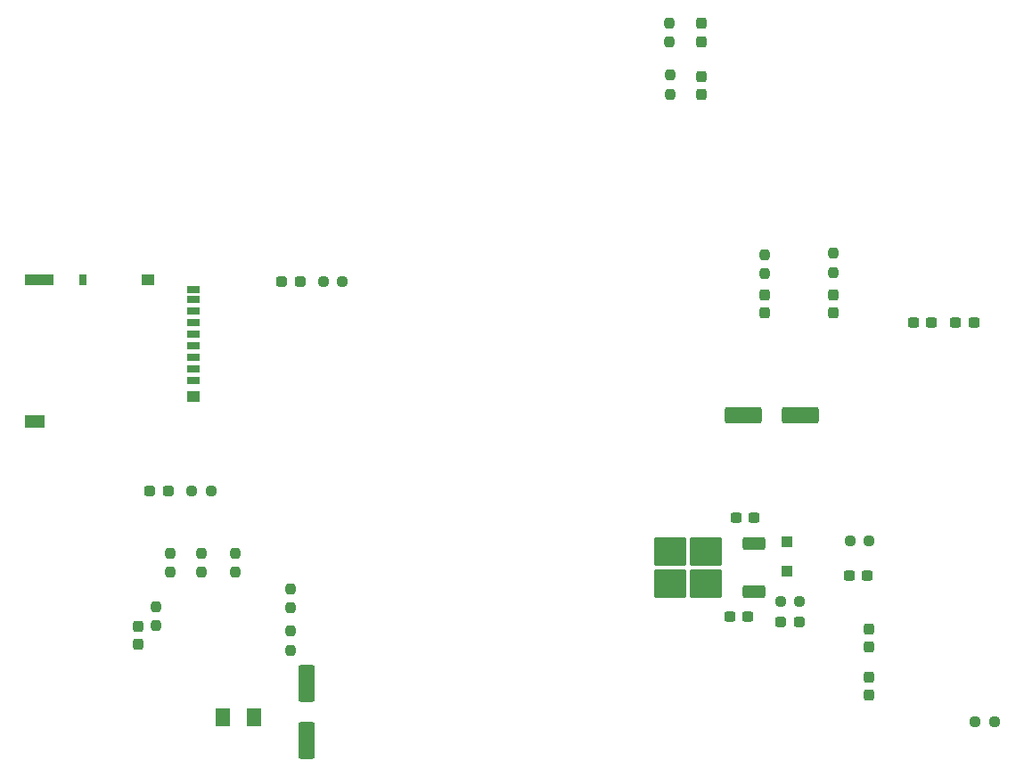
<source format=gbr>
%TF.GenerationSoftware,KiCad,Pcbnew,7.0.1-0*%
%TF.CreationDate,2023-05-23T13:55:37+09:00*%
%TF.ProjectId,MissionModule,4d697373-696f-46e4-9d6f-64756c652e6b,rev?*%
%TF.SameCoordinates,Original*%
%TF.FileFunction,Paste,Top*%
%TF.FilePolarity,Positive*%
%FSLAX46Y46*%
G04 Gerber Fmt 4.6, Leading zero omitted, Abs format (unit mm)*
G04 Created by KiCad (PCBNEW 7.0.1-0) date 2023-05-23 13:55:37*
%MOMM*%
%LPD*%
G01*
G04 APERTURE LIST*
G04 Aperture macros list*
%AMRoundRect*
0 Rectangle with rounded corners*
0 $1 Rounding radius*
0 $2 $3 $4 $5 $6 $7 $8 $9 X,Y pos of 4 corners*
0 Add a 4 corners polygon primitive as box body*
4,1,4,$2,$3,$4,$5,$6,$7,$8,$9,$2,$3,0*
0 Add four circle primitives for the rounded corners*
1,1,$1+$1,$2,$3*
1,1,$1+$1,$4,$5*
1,1,$1+$1,$6,$7*
1,1,$1+$1,$8,$9*
0 Add four rect primitives between the rounded corners*
20,1,$1+$1,$2,$3,$4,$5,0*
20,1,$1+$1,$4,$5,$6,$7,0*
20,1,$1+$1,$6,$7,$8,$9,0*
20,1,$1+$1,$8,$9,$2,$3,0*%
G04 Aperture macros list end*
%ADD10RoundRect,0.250001X0.462499X0.624999X-0.462499X0.624999X-0.462499X-0.624999X0.462499X-0.624999X0*%
%ADD11RoundRect,0.237500X0.250000X0.237500X-0.250000X0.237500X-0.250000X-0.237500X0.250000X-0.237500X0*%
%ADD12RoundRect,0.237500X-0.237500X0.250000X-0.237500X-0.250000X0.237500X-0.250000X0.237500X0.250000X0*%
%ADD13RoundRect,0.237500X-0.300000X-0.237500X0.300000X-0.237500X0.300000X0.237500X-0.300000X0.237500X0*%
%ADD14RoundRect,0.237500X0.237500X-0.300000X0.237500X0.300000X-0.237500X0.300000X-0.237500X-0.300000X0*%
%ADD15RoundRect,0.237500X0.237500X-0.250000X0.237500X0.250000X-0.237500X0.250000X-0.237500X-0.250000X0*%
%ADD16RoundRect,0.237500X-0.250000X-0.237500X0.250000X-0.237500X0.250000X0.237500X-0.250000X0.237500X0*%
%ADD17RoundRect,0.237500X-0.237500X0.287500X-0.237500X-0.287500X0.237500X-0.287500X0.237500X0.287500X0*%
%ADD18RoundRect,0.237500X0.237500X-0.287500X0.237500X0.287500X-0.237500X0.287500X-0.237500X-0.287500X0*%
%ADD19RoundRect,0.250000X-1.500000X-0.550000X1.500000X-0.550000X1.500000X0.550000X-1.500000X0.550000X0*%
%ADD20RoundRect,0.237500X0.287500X0.237500X-0.287500X0.237500X-0.287500X-0.237500X0.287500X-0.237500X0*%
%ADD21RoundRect,0.250000X0.850000X0.350000X-0.850000X0.350000X-0.850000X-0.350000X0.850000X-0.350000X0*%
%ADD22RoundRect,0.250000X1.275000X1.125000X-1.275000X1.125000X-1.275000X-1.125000X1.275000X-1.125000X0*%
%ADD23RoundRect,0.237500X0.300000X0.237500X-0.300000X0.237500X-0.300000X-0.237500X0.300000X-0.237500X0*%
%ADD24RoundRect,0.237500X-0.287500X-0.237500X0.287500X-0.237500X0.287500X0.237500X-0.287500X0.237500X0*%
%ADD25RoundRect,0.250000X-0.550000X1.500000X-0.550000X-1.500000X0.550000X-1.500000X0.550000X1.500000X0*%
%ADD26RoundRect,0.250000X0.300000X-0.300000X0.300000X0.300000X-0.300000X0.300000X-0.300000X-0.300000X0*%
%ADD27R,1.200000X0.700000*%
%ADD28R,0.800000X1.000000*%
%ADD29R,1.200000X1.000000*%
%ADD30R,2.800000X1.000000*%
%ADD31R,1.900000X1.300000*%
G04 APERTURE END LIST*
D10*
%TO.C,F1*%
X124487500Y-128500000D03*
X121512500Y-128500000D03*
%TD*%
D11*
%TO.C,R11*%
X120412500Y-107000000D03*
X118587500Y-107000000D03*
%TD*%
D12*
%TO.C,R7*%
X163912500Y-62575000D03*
X163912500Y-64400000D03*
%TD*%
D13*
%TO.C,C6*%
X187137500Y-91000000D03*
X188862500Y-91000000D03*
%TD*%
D14*
%TO.C,C2*%
X182917000Y-121863932D03*
X182917000Y-120138932D03*
%TD*%
D15*
%TO.C,R12*%
X122750000Y-114750000D03*
X122750000Y-112925000D03*
%TD*%
D16*
%TO.C,R3*%
X181095000Y-111790000D03*
X182920000Y-111790000D03*
%TD*%
D17*
%TO.C,D5*%
X167000000Y-67625000D03*
X167000000Y-69375000D03*
%TD*%
D18*
%TO.C,D3*%
X179500000Y-90125000D03*
X179500000Y-88375000D03*
%TD*%
D11*
%TO.C,R15*%
X132900000Y-87099432D03*
X131075000Y-87099432D03*
%TD*%
D19*
%TO.C,C8*%
X171000000Y-99799432D03*
X176400000Y-99799432D03*
%TD*%
D12*
%TO.C,R6*%
X164000000Y-67500000D03*
X164000000Y-69325000D03*
%TD*%
%TO.C,R8*%
X128000000Y-120337500D03*
X128000000Y-122162500D03*
%TD*%
%TO.C,R4*%
X179500000Y-84425000D03*
X179500000Y-86250000D03*
%TD*%
D17*
%TO.C,D6*%
X167000000Y-62612500D03*
X167000000Y-64362500D03*
%TD*%
D15*
%TO.C,R13*%
X119500000Y-114750000D03*
X119500000Y-112925000D03*
%TD*%
D18*
%TO.C,D4*%
X173000000Y-90125000D03*
X173000000Y-88375000D03*
%TD*%
D15*
%TO.C,R14*%
X116500000Y-114750000D03*
X116500000Y-112925000D03*
%TD*%
D20*
%TO.C,D1*%
X176287500Y-119500000D03*
X174537500Y-119500000D03*
%TD*%
D21*
%TO.C,U3*%
X172000000Y-116579432D03*
D22*
X167375000Y-115824432D03*
X167375000Y-112774432D03*
X164025000Y-115824432D03*
X164025000Y-112774432D03*
D21*
X172000000Y-112019432D03*
%TD*%
D23*
%TO.C,C7*%
X172012500Y-109599432D03*
X170287500Y-109599432D03*
%TD*%
%TO.C,C3*%
X171412500Y-118999432D03*
X169687500Y-118999432D03*
%TD*%
D24*
%TO.C,D7*%
X114625000Y-107000000D03*
X116375000Y-107000000D03*
%TD*%
D25*
%TO.C,C9*%
X129500000Y-125300000D03*
X129500000Y-130700000D03*
%TD*%
D26*
%TO.C,D2*%
X175160306Y-114680000D03*
X175160306Y-111880000D03*
%TD*%
D11*
%TO.C,R2*%
X176325000Y-117500000D03*
X174500000Y-117500000D03*
%TD*%
D14*
%TO.C,C4*%
X182917000Y-126462500D03*
X182917000Y-124737500D03*
%TD*%
D16*
%TO.C,R1*%
X192987500Y-129000000D03*
X194812500Y-129000000D03*
%TD*%
D23*
%TO.C,C1*%
X192862500Y-91000000D03*
X191137500Y-91000000D03*
%TD*%
D24*
%TO.C,D8*%
X127112500Y-87099432D03*
X128862500Y-87099432D03*
%TD*%
D18*
%TO.C,D9*%
X113500000Y-121625000D03*
X113500000Y-119875000D03*
%TD*%
D12*
%TO.C,R10*%
X128000000Y-116337500D03*
X128000000Y-118162500D03*
%TD*%
D27*
%TO.C,J2*%
X118725000Y-96525000D03*
X118725000Y-95425000D03*
X118725000Y-94325000D03*
X118725000Y-93225000D03*
X118725000Y-92125000D03*
X118725000Y-91025000D03*
X118725000Y-89925000D03*
X118725000Y-88825000D03*
X118725000Y-87875000D03*
D28*
X108225000Y-86925000D03*
D29*
X114425000Y-86925000D03*
D30*
X104075000Y-86925000D03*
D29*
X118725000Y-98075000D03*
D31*
X103625000Y-100425000D03*
%TD*%
D23*
%TO.C,C5*%
X182745000Y-115100000D03*
X181020000Y-115100000D03*
%TD*%
D12*
%TO.C,R5*%
X173000000Y-84587500D03*
X173000000Y-86412500D03*
%TD*%
%TO.C,R9*%
X115200000Y-118000000D03*
X115200000Y-119825000D03*
%TD*%
M02*

</source>
